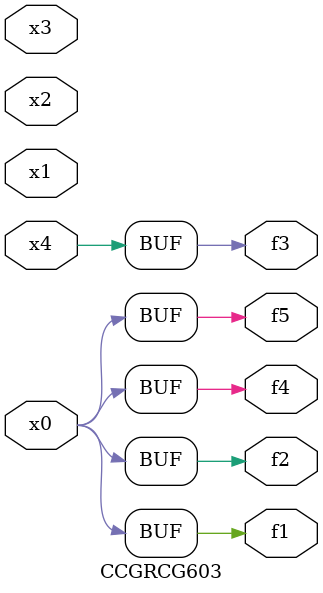
<source format=v>
module CCGRCG603(
	input x0, x1, x2, x3, x4,
	output f1, f2, f3, f4, f5
);
	assign f1 = x0;
	assign f2 = x0;
	assign f3 = x4;
	assign f4 = x0;
	assign f5 = x0;
endmodule

</source>
